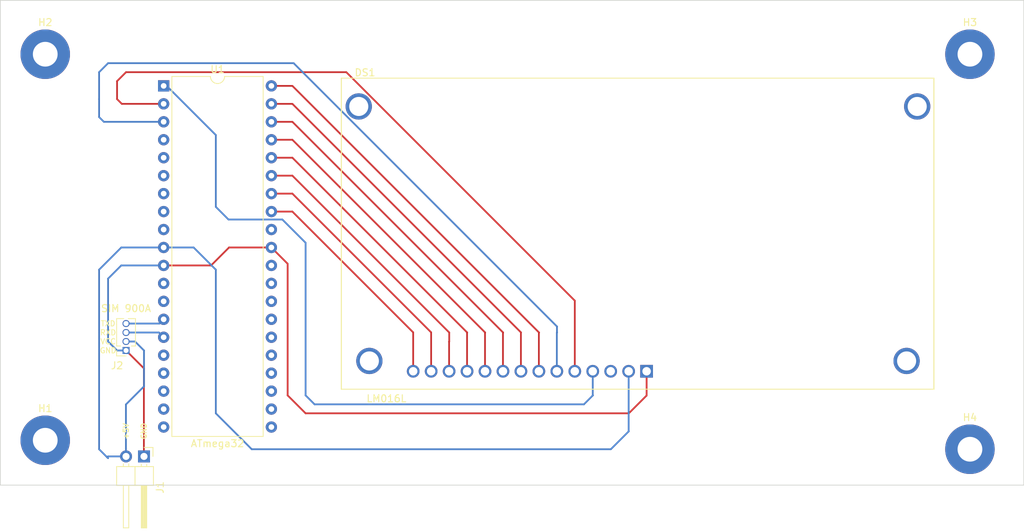
<source format=kicad_pcb>
(kicad_pcb (version 20211014) (generator pcbnew)
  (layers (0 "F.Cu" signal) (31 "B.Cu" signal) (34 "B.Paste" user) (35 "F.Paste" user) (36 "B.SilkS" user "B.Silkscreen") (37 "F.SilkS" user "F.Silkscreen") (38 "B.Mask" user) (39 "F.Mask" user) (44 "Edge.Cuts" user))
  (net 0 "")
  (net 1 "Net-(J2-Pad3)")
  (net 2 "Net-(J2-Pad4)")
  (net 3 "Net-(DS1-Pad4)")
  (net 28 "Net-(DS1-Pad14)")
  (net 29 "Net-(DS1-Pad13)")
  (net 30 "Net-(DS1-Pad12)")
  (net 31 "Net-(DS1-Pad11)")
  (net 32 "Net-(DS1-Pad10)")
  (net 33 "Net-(DS1-Pad9)")
  (net 34 "Net-(DS1-Pad8)")
  (net 35 "Net-(J1-Pad1)")
  (net 37 "Net-(DS1-Pad7)")
  (net 38 "Net-(DS1-Pad5)")
  (net 39 "Net-(DS1-Pad6)")
  (net 40 "Net-(J1-Pad2)")
  (footprint "Connector_PinHeader_2.54mm:PinHeader_1x02_P2.54mm_Horizontal" (layer "F.Cu") (at 129.54 115.316 -90)
    (fp_text reference "J1" (at 4.385 -2.27 90) (layer "F.SilkS"))
    (fp_text value "Conn_01x02")
    (fp_line (start 1.11 0.38) (end 1.44 0.38) (layer "F.SilkS") (width 0.12))
    (fp_line (start 4.1 -0.08) (end 10.1 -0.08) (layer "F.SilkS") (width 0.12))
    (fp_line (start 1.11 -0.38) (end 1.44 -0.38) (layer "F.SilkS") (width 0.12))
    (fp_line (start -1.27 -1.27) (end 0 -1.27) (layer "F.SilkS") (width 0.12))
    (fp_line (start 4.1 -0.32) (end 10.1 -0.32) (layer "F.SilkS") (width 0.12))
    (fp_line (start -1.27 0) (end -1.27 -1.27) (layer "F.SilkS") (width 0.12))
    (fp_line (start 1.042929 2.92) (end 1.44 2.92) (layer "F.SilkS") (width 0.12))
    (fp_line (start 1.44 3.87) (end 4.1 3.87) (layer "F.SilkS") (width 0.12))
    (fp_line (start 4.1 3.87) (end 4.1 -1.33) (layer "F.SilkS") (width 0.12))
    (fp_line (start 10.1 -0.38) (end 10.1 0.38) (layer "F.SilkS") (width 0.12))
    (fp_line (start 4.1 2.16) (end 10.1 2.16) (layer "F.SilkS") (width 0.12))
    (fp_line (start 4.1 0.16) (end 10.1 0.16) (layer "F.SilkS") (width 0.12))
    (fp_line (start 4.1 -0.2) (end 10.1 -0.2) (layer "F.SilkS") (width 0.12))
    (fp_line (start 1.44 1.27) (end 4.1 1.27) (layer "F.SilkS") (width 0.12))
    (fp_line (start 4.1 0.28) (end 10.1 0.28) (layer "F.SilkS") (width 0.12))
    (fp_line (start 10.1 2.92) (end 4.1 2.92) (layer "F.SilkS") (width 0.12))
    (fp_line (start 1.042929 2.16) (end 1.44 2.16) (layer "F.SilkS") (width 0.12))
    (fp_line (start 10.1 2.16) (end 10.1 2.92) (layer "F.SilkS") (width 0.12))
    (fp_line (start 4.1 -0.38) (end 10.1 -0.38) (layer "F.SilkS") (width 0.12))
    (fp_line (start 10.1 0.38) (end 4.1 0.38) (layer "F.SilkS") (width 0.12))
    (fp_line (start 1.44 -1.33) (end 1.44 3.87) (layer "F.SilkS") (width 0.12))
    (fp_line (start 4.1 -1.33) (end 1.44 -1.33) (layer "F.SilkS") (width 0.12))
    (fp_line (start 4.1 0.04) (end 10.1 0.04) (layer "F.SilkS") (width 0.12))
    (pad "1" thru_hole rect (at 0 0 270) (size 1.7 1.7) (drill 1) (layers *.Cu *.Mask) (net 35 "Net-(J1-Pad1)"))
    (pad "2" thru_hole oval (at 0 2.54 270) (size 1.7 1.7) (drill 1) (layers *.Cu *.Mask) (net 40 "Net-(J1-Pad2)"))
  )
  (footprint "MountingHole:MountingHole_3.5mm_Pad" (layer "F.Cu") (at 115.57 113.03)
    (fp_text reference "H1" (at 0 -4.5) (layer "F.SilkS"))
    (fp_text value "MountingHole")
    (pad "1" thru_hole circle (at 0 0) (size 7 7) (drill 3.5) (layers *.Cu *.Mask))
  )
  (footprint "MountingHole:MountingHole_3.5mm_Pad" (layer "F.Cu") (at 246.38 114.3)
    (fp_text reference "H4" (at 0 -4.5) (layer "F.SilkS"))
    (fp_text value "MountingHole")
    (pad "1" thru_hole circle (at 0 0) (size 7 7) (drill 3.5) (layers *.Cu *.Mask))
  )
  (footprint "Connector_PinSocket_1.27mm:PinSocket_1x04_P1.27mm_Vertical" (layer "F.Cu") (at 127 100.33 180)
    (fp_text reference "J2" (at 1.27 -2.135 180) (layer "F.SilkS"))
    (fp_text value "SIM 900A" (at 0 5.945 180) (layer "F.SilkS"))
    (fp_line (start -1.33 4.505) (end -0.30753 4.505) (layer "F.SilkS") (width 0.12))
    (fp_line (start 0.30753 4.505) (end 1.33 4.505) (layer "F.SilkS") (width 0.12))
    (fp_line (start 0 -0.76) (end 1.33 -0.76) (layer "F.SilkS") (width 0.12))
    (fp_line (start 1.33 0.635) (end 1.33 4.505) (layer "F.SilkS") (width 0.12))
    (fp_line (start 1.33 -0.76) (end 1.33 0) (layer "F.SilkS") (width 0.12))
    (fp_line (start 0.76 0.635) (end 1.33 0.635) (layer "F.SilkS") (width 0.12))
    (fp_line (start -1.33 0.635) (end -0.76 0.635) (layer "F.SilkS") (width 0.12))
    (fp_line (start -1.33 0.635) (end -1.33 4.505) (layer "F.SilkS") (width 0.12))
    (pad "1" thru_hole rect (at 0 0 180) (size 1 1) (drill 0.7) (layers *.Cu *.Mask) (net 35 "Net-(J1-Pad1)"))
    (pad "2" thru_hole oval (at 0 1.27 180) (size 1 1) (drill 0.7) (layers *.Cu *.Mask) (net 40 "Net-(J1-Pad2)"))
    (pad "3" thru_hole oval (at 0 2.54 180) (size 1 1) (drill 0.7) (layers *.Cu *.Mask) (net 1 "Net-(J2-Pad3)"))
    (pad "4" thru_hole oval (at 0 3.81 180) (size 1 1) (drill 0.7) (layers *.Cu *.Mask) (net 2 "Net-(J2-Pad4)"))
  )
  (footprint "Package_DIP:DIP-40_W15.24mm" (layer "F.Cu") (at 132.32 62.9)
    (fp_text reference "U1" (at 7.62 -2.33) (layer "F.SilkS"))
    (fp_text value "ATmega32" (at 7.62 50.59) (layer "F.SilkS"))
    (fp_line (start 1.16 -1.33) (end 1.16 49.59) (layer "F.SilkS") (width 0.12))
    (fp_line (start 14.08 49.59) (end 14.08 -1.33) (layer "F.SilkS") (width 0.12))
    (fp_line (start 6.62 -1.33) (end 1.16 -1.33) (layer "F.SilkS") (width 0.12))
    (fp_line (start 1.16 49.59) (end 14.08 49.59) (layer "F.SilkS") (width 0.12))
    (fp_line (start 14.08 -1.33) (end 8.62 -1.33) (layer "F.SilkS") (width 0.12))
    (fp_arc (start 8.62 -1.33) (mid 7.62 -0.33) (end 6.62 -1.33) (layer "F.SilkS") (width 0.12))
    (pad "1" thru_hole rect (at 0 0) (size 1.6 1.6) (drill 0.8) (layers *.Cu *.Mask) (net 3 "Net-(DS1-Pad4)"))
    (pad "2" thru_hole oval (at 0 2.54) (size 1.6 1.6) (drill 0.8) (layers *.Cu *.Mask) (net 38 "Net-(DS1-Pad5)"))
    (pad "3" thru_hole oval (at 0 5.08) (size 1.6 1.6) (drill 0.8) (layers *.Cu *.Mask) (net 39 "Net-(DS1-Pad6)"))
    (pad "4" thru_hole oval (at 0 7.62) (size 1.6 1.6) (drill 0.8) (layers *.Cu *.Mask))
    (pad "5" thru_hole oval (at 0 10.16) (size 1.6 1.6) (drill 0.8) (layers *.Cu *.Mask))
    (pad "6" thru_hole oval (at 0 12.7) (size 1.6 1.6) (drill 0.8) (layers *.Cu *.Mask))
    (pad "7" thru_hole oval (at 0 15.24) (size 1.6 1.6) (drill 0.8) (layers *.Cu *.Mask))
    (pad "8" thru_hole oval (at 0 17.78) (size 1.6 1.6) (drill 0.8) (layers *.Cu *.Mask))
    (pad "9" thru_hole oval (at 0 20.32) (size 1.6 1.6) (drill 0.8) (layers *.Cu *.Mask))
    (pad "10" thru_hole oval (at 0 22.86) (size 1.6 1.6) (drill 0.8) (layers *.Cu *.Mask) (net 40 "Net-(J1-Pad2)"))
    (pad "11" thru_hole oval (at 0 25.4) (size 1.6 1.6) (drill 0.8) (layers *.Cu *.Mask) (net 35 "Net-(J1-Pad1)"))
    (pad "12" thru_hole oval (at 0 27.94) (size 1.6 1.6) (drill 0.8) (layers *.Cu *.Mask))
    (pad "13" thru_hole oval (at 0 30.48) (size 1.6 1.6) (drill 0.8) (layers *.Cu *.Mask))
    (pad "14" thru_hole oval (at 0 33.02) (size 1.6 1.6) (drill 0.8) (layers *.Cu *.Mask) (net 2 "Net-(J2-Pad4)"))
    (pad "15" thru_hole oval (at 0 35.56) (size 1.6 1.6) (drill 0.8) (layers *.Cu *.Mask) (net 1 "Net-(J2-Pad3)"))
    (pad "16" thru_hole oval (at 0 38.1) (size 1.6 1.6) (drill 0.8) (layers *.Cu *.Mask))
    (pad "17" thru_hole oval (at 0 40.64) (size 1.6 1.6) (drill 0.8) (layers *.Cu *.Mask))
    (pad "18" thru_hole oval (at 0 43.18) (size 1.6 1.6) (drill 0.8) (layers *.Cu *.Mask))
    (pad "19" thru_hole oval (at 0 45.72) (size 1.6 1.6) (drill 0.8) (layers *.Cu *.Mask))
    (pad "20" thru_hole oval (at 0 48.26) (size 1.6 1.6) (drill 0.8) (layers *.Cu *.Mask))
    (pad "21" thru_hole oval (at 15.24 48.26) (size 1.6 1.6) (drill 0.8) (layers *.Cu *.Mask))
    (pad "22" thru_hole oval (at 15.24 45.72) (size 1.6 1.6) (drill 0.8) (layers *.Cu *.Mask))
    (pad "23" thru_hole oval (at 15.24 43.18) (size 1.6 1.6) (drill 0.8) (layers *.Cu *.Mask))
    (pad "24" thru_hole oval (at 15.24 40.64) (size 1.6 1.6) (drill 0.8) (layers *.Cu *.Mask))
    (pad "25" thru_hole oval (at 15.24 38.1) (size 1.6 1.6) (drill 0.8) (layers *.Cu *.Mask))
    (pad "26" thru_hole oval (at 15.24 35.56) (size 1.6 1.6) (drill 0.8) (layers *.Cu *.Mask))
    (pad "27" thru_hole oval (at 15.24 33.02) (size 1.6 1.6) (drill 0.8) (layers *.Cu *.Mask))
    (pad "28" thru_hole oval (at 15.24 30.48) (size 1.6 1.6) (drill 0.8) (layers *.Cu *.Mask))
    (pad "29" thru_hole oval (at 15.24 27.94) (size 1.6 1.6) (drill 0.8) (layers *.Cu *.Mask))
    (pad "30" thru_hole oval (at 15.24 25.4) (size 1.6 1.6) (drill 0.8) (layers *.Cu *.Mask))
    (pad "31" thru_hole oval (at 15.24 22.86) (size 1.6 1.6) (drill 0.8) (layers *.Cu *.Mask) (net 35 "Net-(J1-Pad1)"))
    (pad "32" thru_hole oval (at 15.24 20.32) (size 1.6 1.6) (drill 0.8) (layers *.Cu *.Mask))
    (pad "33" thru_hole oval (at 15.24 17.78) (size 1.6 1.6) (drill 0.8) (layers *.Cu *.Mask) (net 28 "Net-(DS1-Pad14)"))
    (pad "34" thru_hole oval (at 15.24 15.24) (size 1.6 1.6) (drill 0.8) (layers *.Cu *.Mask) (net 29 "Net-(DS1-Pad13)"))
    (pad "35" thru_hole oval (at 15.24 12.7) (size 1.6 1.6) (drill 0.8) (layers *.Cu *.Mask) (net 30 "Net-(DS1-Pad12)"))
    (pad "36" thru_hole oval (at 15.24 10.16) (size 1.6 1.6) (drill 0.8) (layers *.Cu *.Mask) (net 31 "Net-(DS1-Pad11)"))
    (pad "37" thru_hole oval (at 15.24 7.62) (size 1.6 1.6) (drill 0.8) (layers *.Cu *.Mask) (net 32 "Net-(DS1-Pad10)"))
    (pad "38" thru_hole oval (at 15.24 5.08) (size 1.6 1.6) (drill 0.8) (layers *.Cu *.Mask) (net 33 "Net-(DS1-Pad9)"))
    (pad "39" thru_hole oval (at 15.24 2.54) (size 1.6 1.6) (drill 0.8) (layers *.Cu *.Mask) (net 34 "Net-(DS1-Pad8)"))
    (pad "40" thru_hole oval (at 15.24 0) (size 1.6 1.6) (drill 0.8) (layers *.Cu *.Mask) (net 37 "Net-(DS1-Pad7)"))
  )
  (footprint "MountingHole:MountingHole_3.5mm_Pad" (layer "F.Cu") (at 246.38 58.42)
    (fp_text reference "H3" (at 0 -4.5) (layer "F.SilkS"))
    (fp_text value "MountingHole")
    (pad "1" thru_hole circle (at 0 0) (size 7 7) (drill 3.5) (layers *.Cu *.Mask))
  )
  (footprint "MountingHole:MountingHole_3.5mm_Pad" (layer "F.Cu") (at 115.57 58.42)
    (fp_text reference "H2" (at 0 -4.5) (layer "F.SilkS"))
    (fp_text value "MountingHole")
    (pad "1" thru_hole circle (at 0 0) (size 7 7) (drill 3.5) (layers *.Cu *.Mask))
  )
  (footprint "ICT Project 2:LCD_LM016L" (layer "F.Cu") (at 200.64 103.27)
    (fp_text reference "DS1" (at -39.837125 -42.247895) (layer "F.SilkS") (effects (font (size 1.000307 1.000307))))
    (fp_text value "LM016L" (at -36.79995 3.870245) (layer "F.SilkS") (effects (font (size 1.001362 1.001362))))
    (fp_line (start -43.18 2.54) (end 40.64 2.54) (layer "F.SilkS") (width 0.127))
    (fp_line (start -43.18 -41.46) (end 40.64 -41.46) (layer "F.SilkS") (width 0.127))
    (pad "1" thru_hole rect locked (at 0 0) (size 1.8 1.8) (drill 1.2) (layers *.Cu *.Mask) (net 35 "Net-(J1-Pad1)"))
    (pad "2" thru_hole circle locked (at -2.54 0) (size 1.8 1.8) (drill 1.2) (layers *.Cu *.Mask) (net 40 "Net-(J1-Pad2)"))
    (pad "3" thru_hole circle locked (at -5.08 0) (size 1.8 1.8) (drill 1.2) (layers *.Cu *.Mask))
    (pad "4" thru_hole circle locked (at -7.62 0) (size 1.8 1.8) (drill 1.2) (layers *.Cu *.Mask) (net 3 "Net-(DS1-Pad4)"))
    (pad "5" thru_hole circle locked (at -10.16 0) (size 1.8 1.8) (drill 1.2) (layers *.Cu *.Mask) (net 38 "Net-(DS1-Pad5)"))
    (pad "6" thru_hole circle locked (at -12.7 0) (size 1.8 1.8) (drill 1.2) (layers *.Cu *.Mask) (net 39 "Net-(DS1-Pad6)"))
    (pad "7" thru_hole circle locked (at -15.24 0) (size 1.8 1.8) (drill 1.2) (layers *.Cu *.Mask) (net 37 "Net-(DS1-Pad7)"))
    (pad "8" thru_hole circle locked (at -17.78 0) (size 1.8 1.8) (drill 1.2) (layers *.Cu *.Mask) (net 34 "Net-(DS1-Pad8)"))
    (pad "9" thru_hole circle locked (at -20.32 0) (size 1.8 1.8) (drill 1.2) (layers *.Cu *.Mask) (net 33 "Net-(DS1-Pad9)"))
    (pad "10" thru_hole circle locked (at -22.86 0) (size 1.8 1.8) (drill 1.2) (layers *.Cu *.Mask) (net 32 "Net-(DS1-Pad10)"))
    (pad "11" thru_hole circle locked (at -25.4 0) (size 1.8 1.8) (drill 1.2) (layers *.Cu *.Mask) (net 31 "Net-(DS1-Pad11)"))
    (pad "12" thru_hole circle locked (at -27.94 0) (size 1.8 1.8) (drill 1.2) (layers *.Cu *.Mask) (net 30 "Net-(DS1-Pad12)"))
    (pad "13" thru_hole circle locked (at -30.48 0) (size 1.8 1.8) (drill 1.2) (layers *.Cu *.Mask) (net 29 "Net-(DS1-Pad13)"))
    (pad "14" thru_hole circle locked (at -33.02 0) (size 1.8 1.8) (drill 1.2) (layers *.Cu *.Mask) (net 28 "Net-(DS1-Pad14)"))
    (pad "15" thru_hole circle locked (at 36.78 -1.46) (size 3.716 3.716) (drill 2.7) (layers *.Cu *.Mask))
    (pad "16" thru_hole circle locked (at -39.22 -1.46) (size 3.716 3.716) (drill 2.7) (layers *.Cu *.Mask))
    (pad "17" thru_hole circle locked (at -40.72 -37.46) (size 3.716 3.716) (drill 2.7) (layers *.Cu *.Mask))
    (pad "18" thru_hole circle locked (at 38.28 -37.46) (size 3.716 3.716) (drill 2.7) (layers *.Cu *.Mask))
  )
  (gr_line (start 157.46 61.81) (end 157.46 105.81) (layer "F.SilkS") (width 0.15))
  (gr_line (start 241.28 61.81) (end 241.28 105.81) (layer "F.SilkS") (width 0.15))
  (gr_rect (start 109.22 50.8) (end 254 119.38) (layer "Edge.Cuts") (width 0.1) (fill none))
  (gr_text "RXD" (at 124.46 97.79) (layer "F.SilkS") (effects (font (size 0.75 0.75) (thickness 0.125))))
  (gr_text "+5V" (at 127 111.76 90) (layer "F.SilkS") (effects (font (size 0.75 0.75))))
  (gr_text "GND" (at 124.46 100.33) (layer "F.SilkS") (effects (font (size 0.75 0.75) (thickness 0.125))))
  (gr_text "GND" (at 129.527851 111.735908 90) (layer "F.SilkS") (effects (font (size 0.75 0.75))))
  (gr_text "VCC" (at 124.46 99.06) (layer "F.SilkS") (effects (font (size 0.75 0.75) (thickness 0.125))))
  (gr_text "TXD" (at 124.46 96.52) (layer "F.SilkS") (effects (font (size 0.75 0.75) (thickness 0.125))))
  (segment (start 131.65 97.79) (end 132.32 98.46) (width 0.25) (layer "B.Cu") (net 1))
  (segment (start 127 97.79) (end 131.65 97.79) (width 0.25) (layer "B.Cu") (net 1))
  (segment (start 127 96.52) (end 131.72 96.52) (width 0.25) (layer "B.Cu") (net 2))
  (segment (start 131.72 96.52) (end 132.32 95.92) (width 0.25) (layer "B.Cu") (net 2))
  (segment (start 191.77 107.95) (end 193.04 106.68) (width 0.25) (layer "B.Cu") (net 3))
  (segment (start 139.7 69.85) (end 139.7 80.01) (width 0.25) (layer "B.Cu") (net 3))
  (segment (start 152.4 85.09) (end 152.4 106.68) (width 0.25) (layer "B.Cu") (net 3))
  (segment (start 152.4 106.68) (end 153.67 107.95) (width 0.25) (layer "B.Cu") (net 3))
  (segment (start 149.114511 81.804511) (end 152.4 85.09) (width 0.25) (layer "B.Cu") (net 3))
  (segment (start 132.75 62.9) (end 139.7 69.85) (width 0.25) (layer "B.Cu") (net 3))
  (segment (start 132.32 62.9) (end 132.75 62.9) (width 0.25) (layer "B.Cu") (net 3))
  (segment (start 153.67 107.95) (end 191.77 107.95) (width 0.25) (layer "B.Cu") (net 3))
  (segment (start 139.7 80.01) (end 141.494511 81.804511) (width 0.25) (layer "B.Cu") (net 3))
  (segment (start 141.494511 81.804511) (end 149.114511 81.804511) (width 0.25) (layer "B.Cu") (net 3))
  (segment (start 193.02 106.66) (end 193.02 103.27) (width 0.25) (layer "B.Cu") (net 3))
  (segment (start 193.04 106.68) (end 193.02 106.66) (width 0.25) (layer "B.Cu") (net 3))
  (segment (start 147.56 80.68) (end 150.53 80.68) (width 0.25) (layer "F.Cu") (net 28))
  (segment (start 167.62 97.77) (end 167.62 103.27) (width 0.25) (layer "F.Cu") (net 28))
  (segment (start 150.53 80.68) (end 167.62 97.77) (width 0.25) (layer "F.Cu") (net 28))
  (segment (start 170.16 103.27) (end 170.16 97.77) (width 0.25) (layer "F.Cu") (net 29))
  (segment (start 150.53 78.14) (end 147.56 78.14) (width 0.25) (layer "F.Cu") (net 29))
  (segment (start 170.16 97.77) (end 150.53 78.14) (width 0.25) (layer "F.Cu") (net 29))
  (segment (start 172.72 97.79) (end 172.72 99.06) (width 0.25) (layer "F.Cu") (net 30))
  (segment (start 147.56 75.6) (end 150.53 75.6) (width 0.25) (layer "F.Cu") (net 30))
  (segment (start 150.53 75.6) (end 172.72 97.79) (width 0.25) (layer "F.Cu") (net 30))
  (segment (start 172.7 99.08) (end 172.7 103.27) (width 0.25) (layer "F.Cu") (net 30))
  (segment (start 172.72 99.06) (end 172.7 99.08) (width 0.25) (layer "F.Cu") (net 30))
  (segment (start 150.53 73.06) (end 147.56 73.06) (width 0.25) (layer "F.Cu") (net 31))
  (segment (start 175.26 97.79) (end 150.53 73.06) (width 0.25) (layer "F.Cu") (net 31))
  (segment (start 175.24 103.27) (end 175.24 97.81) (width 0.25) (layer "F.Cu") (net 31))
  (segment (start 175.24 97.81) (end 175.26 97.79) (width 0.25) (layer "F.Cu") (net 31))
  (segment (start 150.53 70.52) (end 177.8 97.79) (width 0.25) (layer "F.Cu") (net 32))
  (segment (start 147.56 70.52) (end 150.53 70.52) (width 0.25) (layer "F.Cu") (net 32))
  (segment (start 177.8 97.79) (end 177.78 97.81) (width 0.25) (layer "F.Cu") (net 32))
  (segment (start 177.78 97.81) (end 177.78 103.27) (width 0.25) (layer "F.Cu") (net 32))
  (segment (start 180.34 97.79) (end 180.32 97.81) (width 0.25) (layer "F.Cu") (net 33))
  (segment (start 147.56 67.98) (end 150.53 67.98) (width 0.25) (layer "F.Cu") (net 33))
  (segment (start 150.53 67.98) (end 180.34 97.79) (width 0.25) (layer "F.Cu") (net 33))
  (segment (start 180.32 97.81) (end 180.32 103.27) (width 0.25) (layer "F.Cu") (net 33))
  (segment (start 182.86 97.77) (end 182.86 103.27) (width 0.25) (layer "F.Cu") (net 34))
  (segment (start 150.53 65.44) (end 182.86 97.77) (width 0.25) (layer "F.Cu") (net 34))
  (segment (start 147.56 65.44) (end 150.53 65.44) (width 0.25) (layer "F.Cu") (net 34))
  (segment (start 198.12 109.22) (end 200.64 106.7) (width 0.25) (layer "F.Cu") (net 35))
  (segment (start 139.03 88.3) (end 141.57 85.76) (width 0.25) (layer "F.Cu") (net 35))
  (segment (start 141.57 85.76) (end 147.56 85.76) (width 0.25) (layer "F.Cu") (net 35))
  (segment (start 129.525 115.005) (end 129.525 102.855) (width 0.25) (layer "F.Cu") (net 35))
  (segment (start 129.525 102.855) (end 127 100.33) (width 0.25) (layer "F.Cu") (net 35))
  (segment (start 132.32 88.3) (end 139.03 88.3) (width 0.25) (layer "F.Cu") (net 35))
  (segment (start 200.64 106.7) (end 200.64 103.27) (width 0.25) (layer "F.Cu") (net 35))
  (segment (start 149.86 106.68) (end 152.4 109.22) (width 0.25) (layer "F.Cu") (net 35))
  (segment (start 152.4 109.22) (end 198.12 109.22) (width 0.25) (layer "F.Cu") (net 35))
  (segment (start 149.86 88.06) (end 149.86 106.68) (width 0.25) (layer "F.Cu") (net 35))
  (segment (start 147.56 85.76) (end 149.86 88.06) (width 0.25) (layer "F.Cu") (net 35))
  (segment (start 132.32 88.3) (end 126.326538 88.3) (width 0.25) (layer "B.Cu") (net 35))
  (segment (start 125.73 100.33) (end 127 100.33) (width 0.25) (layer "B.Cu") (net 35))
  (segment (start 124.46 99.06) (end 125.73 100.33) (width 0.25) (layer "B.Cu") (net 35))
  (segment (start 124.46 90.166538) (end 124.46 99.06) (width 0.25) (layer "B.Cu") (net 35))
  (segment (start 126.326538 88.3) (end 124.46 90.166538) (width 0.25) (layer "B.Cu") (net 35))
  (segment (start 185.4 97.81) (end 185.42 97.79) (width 0.25) (layer "F.Cu") (net 37))
  (segment (start 185.4 103.27) (end 185.4 97.81) (width 0.25) (layer "F.Cu") (net 37))
  (segment (start 185.42 97.79) (end 150.53 62.9) (width 0.25) (layer "F.Cu") (net 37))
  (segment (start 150.53 62.9) (end 147.56 62.9) (width 0.25) (layer "F.Cu") (net 37))
  (segment (start 125.73 64.77) (end 125.73 62.23) (width 0.25) (layer "F.Cu") (net 38))
  (segment (start 126.4 65.44) (end 125.73 64.77) (width 0.25) (layer "F.Cu") (net 38))
  (segment (start 190.48 93.283462) (end 190.48 103.27) (width 0.25) (layer "F.Cu") (net 38))
  (segment (start 127 60.96) (end 158.156538 60.96) (width 0.25) (layer "F.Cu") (net 38))
  (segment (start 125.73 62.23) (end 127 60.96) (width 0.25) (layer "F.Cu") (net 38))
  (segment (start 132.32 65.44) (end 126.4 65.44) (width 0.25) (layer "F.Cu") (net 38))
  (segment (start 158.156538 60.96) (end 190.48 93.283462) (width 0.25) (layer "F.Cu") (net 38))
  (segment (start 123.19 64.77) (end 123.19 60.96) (width 0.25) (layer "B.Cu") (net 39))
  (segment (start 132.32 67.98) (end 123.86 67.98) (width 0.25) (layer "B.Cu") (net 39))
  (segment (start 123.86 67.98) (end 123.19 67.31) (width 0.25) (layer "B.Cu") (net 39))
  (segment (start 187.96 96.936538) (end 187.96 97.79) (width 0.25) (layer "B.Cu") (net 39))
  (segment (start 124.46 59.69) (end 150.713462 59.69) (width 0.25) (layer "B.Cu") (net 39))
  (segment (start 123.19 60.96) (end 124.46 59.69) (width 0.25) (layer "B.Cu") (net 39))
  (segment (start 150.713462 59.69) (end 187.96 96.936538) (width 0.25) (layer "B.Cu") (net 39))
  (segment (start 187.94 97.81) (end 187.94 103.27) (width 0.25) (layer "B.Cu") (net 39))
  (segment (start 187.96 97.79) (end 187.94 97.81) (width 0.25) (layer "B.Cu") (net 39))
  (segment (start 123.19 67.31) (end 123.19 64.77) (width 0.25) (layer "B.Cu") (net 39))
  (segment (start 198.1 111.74) (end 198.1 103.27) (width 0.25) (layer "B.Cu") (net 40))
  (segment (start 127 99.06) (end 128.27 99.06) (width 0.25) (layer "B.Cu") (net 40))
  (segment (start 139.7 88.9) (end 139.7 109.22) (width 0.25) (layer "B.Cu") (net 40))
  (segment (start 124.333 115.443) (end 123.19 114.3) (width 0.25) (layer "B.Cu") (net 40))
  (segment (start 144.78 114.3) (end 195.58 114.3) (width 0.25) (layer "B.Cu") (net 40))
  (segment (start 129.54 100.33) (end 129.54 105.41) (width 0.25) (layer "B.Cu") (net 40))
  (segment (start 128.27 99.06) (end 129.54 100.33) (width 0.25) (layer "B.Cu") (net 40))
  (segment (start 198.12 111.76) (end 198.1 111.74) (width 0.25) (layer "B.Cu") (net 40))
  (segment (start 123.19 114.3) (end 123.19 88.9) (width 0.25) (layer "B.Cu") (net 40))
  (segment (start 127 115.316) (end 124.46 115.316) (width 0.25) (layer "B.Cu") (net 40))
  (segment (start 132.32 85.76) (end 136.56 85.76) (width 0.25) (layer "B.Cu") (net 40))
  (segment (start 123.19 88.9) (end 126.33 85.76) (width 0.25) (layer "B.Cu") (net 40))
  (segment (start 136.56 85.76) (end 139.7 88.9) (width 0.25) (layer "B.Cu") (net 40))
  (segment (start 139.7 109.22) (end 144.78 114.3) (width 0.25) (layer "B.Cu") (net 40))
  (segment (start 124.46 115.57) (end 124.333 115.443) (width 0.25) (layer "B.Cu") (net 40))
  (segment (start 126.985 107.965) (end 126.985 115.005) (width 0.25) (layer "B.Cu") (net 40))
  (segment (start 126.33 85.76) (end 132.32 85.76) (width 0.25) (layer "B.Cu") (net 40))
  (segment (start 129.54 105.41) (end 126.985 107.965) (width 0.25) (layer "B.Cu") (net 40))
  (segment (start 195.58 114.3) (end 198.12 111.76) (width 0.25) (layer "B.Cu") (net 40))
  (segment (start 124.46 115.316) (end 124.333 115.443) (width 0.25) (layer "B.Cu") (net 40))
)
</source>
